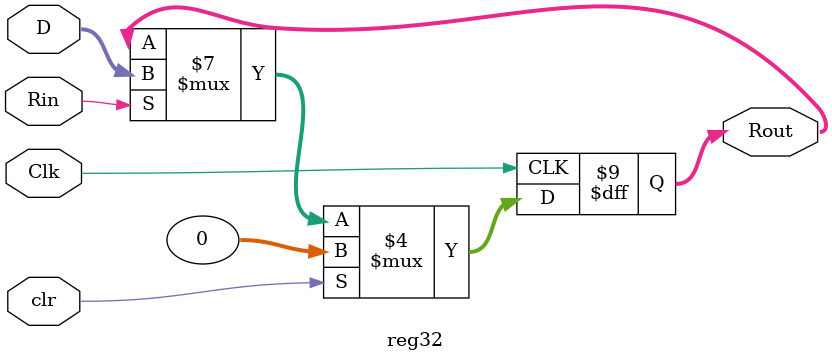
<source format=v>

`timescale 1ns/10ps
module reg32(
	input Clk, clr, Rin,
	input [31:0] D,
	output reg [31:0] Rout
	);
	always@(posedge Clk)
	begin
		if (Rin==1)
		begin
			Rout = D;
		end
		if (clr)
		begin
			Rout = 32'b0;
		end
		
	end
endmodule

</source>
